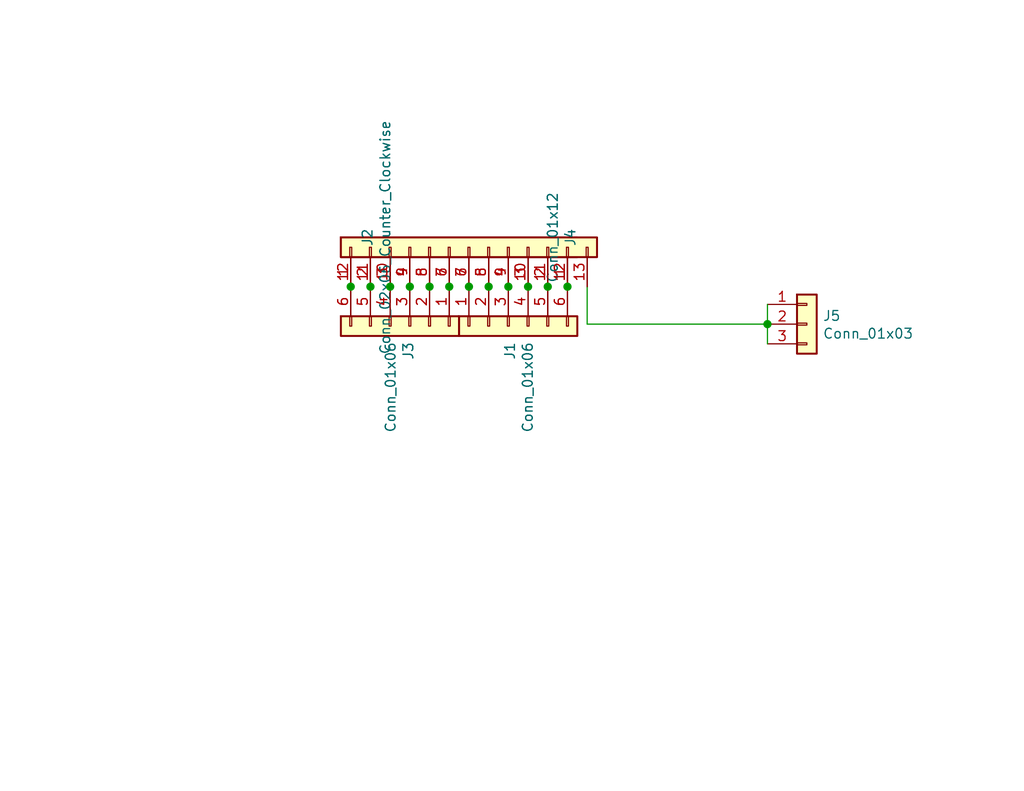
<source format=kicad_sch>
(kicad_sch (version 20211123) (generator eeschema)
  (paper "User" 132.004 102.006)
  (title_block (title "QFN16 to DIP Breakout Board") (date "2019-07-11") (rev "1") (company "SirBoard") (comment 1 "QFN16 P = 0.5mm") (comment 2 "QFN16 P = 0.8mm") (comment 3 "DIP16 P = 2.54mm"))
  (lib_symbols
    (symbol "Connector_Generic:Conn_01x03" (pin_names (offset 1.016) hide)
      (property "Reference" "J" (at 0 5.08 0))
      (property "Value" "Conn_01x03" (at 0 -5.08 0))
      (symbol "Conn_01x03_1_1"
        (rectangle (start -1.27 -2.413) (end 0 -2.667) (stroke (width 0.1524)))
        (rectangle (start -1.27 0.127) (end 0 -0.127) (stroke (width 0.1524)))
        (rectangle (start -1.27 2.667) (end 0 2.413) (stroke (width 0.1524)))
        (rectangle (start -1.27 3.81) (end 1.27 -3.81) (stroke (width 0.254)) (fill (type background)))
        (pin passive line (at -5.08 2.54 0) (length 3.81) (name "Pin_1") (number "1"))
        (pin passive line (at -5.08 0 0) (length 3.81) (name "Pin_2") (number "2"))
        (pin passive line (at -5.08 -2.54 0) (length 3.81) (name "Pin_3") (number "3"))
      )
    )
    (symbol "Connector_Generic:Conn_01x06" (pin_names (offset 1.016) hide)
      (property "Reference" "J" (at 0 7.62 0))
      (property "Value" "Conn_01x06" (at 0 -10.16 0))
      (symbol "Conn_01x06_1_1"
        (rectangle (start -1.27 -7.493) (end 0 -7.747) (stroke (width 0.1524)))
        (rectangle (start -1.27 -4.953) (end 0 -5.207) (stroke (width 0.1524)))
        (rectangle (start -1.27 -2.413) (end 0 -2.667) (stroke (width 0.1524)))
        (rectangle (start -1.27 0.127) (end 0 -0.127) (stroke (width 0.1524)))
        (rectangle (start -1.27 2.667) (end 0 2.413) (stroke (width 0.1524)))
        (rectangle (start -1.27 5.207) (end 0 4.953) (stroke (width 0.1524)))
        (rectangle (start -1.27 6.35) (end 1.27 -8.89) (stroke (width 0.254)) (fill (type background)))
        (pin passive line (at -5.08 5.08 0) (length 3.81) (name "Pin_1") (number "1"))
        (pin passive line (at -5.08 2.54 0) (length 3.81) (name "Pin_2") (number "2"))
        (pin passive line (at -5.08 0 0) (length 3.81) (name "Pin_3") (number "3"))
        (pin passive line (at -5.08 -2.54 0) (length 3.81) (name "Pin_4") (number "4"))
        (pin passive line (at -5.08 -5.08 0) (length 3.81) (name "Pin_5") (number "5"))
        (pin passive line (at -5.08 -7.62 0) (length 3.81) (name "Pin_6") (number "6"))
      )
    )
    (symbol "Connector_Generic:Conn_01x12" (pin_names (offset 1.016) hide)
      (property "Reference" "J" (at 0 15.24 0))
      (property "Value" "Conn_01x12" (at 0 -17.78 0))
      (symbol "Conn_01x12_1_1"
        (rectangle (start -1.27 -15.113) (end 0 -15.367) (stroke (width 0.1524)))
        (rectangle (start -1.27 -12.573) (end 0 -12.827) (stroke (width 0.1524)))
        (rectangle (start -1.27 -10.033) (end 0 -10.287) (stroke (width 0.1524)))
        (rectangle (start -1.27 -7.493) (end 0 -7.747) (stroke (width 0.1524)))
        (rectangle (start -1.27 -4.953) (end 0 -5.207) (stroke (width 0.1524)))
        (rectangle (start -1.27 -2.413) (end 0 -2.667) (stroke (width 0.1524)))
        (rectangle (start -1.27 0.127) (end 0 -0.127) (stroke (width 0.1524)))
        (rectangle (start -1.27 2.667) (end 0 2.413) (stroke (width 0.1524)))
        (rectangle (start -1.27 5.207) (end 0 4.953) (stroke (width 0.1524)))
        (rectangle (start -1.27 7.747) (end 0 7.493) (stroke (width 0.1524)))
        (rectangle (start -1.27 10.287) (end 0 10.033) (stroke (width 0.1524)))
        (rectangle (start -1.27 12.827) (end 0 12.573) (stroke (width 0.1524)))
        (rectangle (start -1.27 13.97) (end 1.27 -16.51) (stroke (width 0.254)) (fill (type background)))
        (pin passive line (at -5.08 12.7 0) (length 3.81) (name "Pin_1") (number "1"))
        (pin passive line (at -5.08 -10.16 0) (length 3.81) (name "Pin_10") (number "10"))
        (pin passive line (at -5.08 -12.7 0) (length 3.81) (name "Pin_11") (number "11"))
        (pin passive line (at -5.08 -15.24 0) (length 3.81) (name "Pin_12") (number "12"))
        (pin passive line (at -5.08 10.16 0) (length 3.81) (name "Pin_2") (number "2"))
        (pin passive line (at -5.08 7.62 0) (length 3.81) (name "Pin_3") (number "3"))
        (pin passive line (at -5.08 5.08 0) (length 3.81) (name "Pin_4") (number "4"))
        (pin passive line (at -5.08 2.54 0) (length 3.81) (name "Pin_5") (number "5"))
        (pin passive line (at -5.08 0 0) (length 3.81) (name "Pin_6") (number "6"))
        (pin passive line (at -5.08 -2.54 0) (length 3.81) (name "Pin_7") (number "7"))
        (pin passive line (at -5.08 -5.08 0) (length 3.81) (name "Pin_8") (number "8"))
        (pin passive line (at -5.08 -7.62 0) (length 3.81) (name "Pin_9") (number "9"))
      )
    )
    (symbol "Connector_Generic:Conn_01x13" (pin_names (offset 1.016) hide)
      (property "Reference" "J" (at 0 17.78 0))
      (property "Value" "Conn_01x13" (at 0 -17.78 0))
      (symbol "Conn_01x13_1_1"
        (rectangle (start -1.27 -15.113) (end 0 -15.367) (stroke (width 0.1524)))
        (rectangle (start -1.27 -12.573) (end 0 -12.827) (stroke (width 0.1524)))
        (rectangle (start -1.27 -10.033) (end 0 -10.287) (stroke (width 0.1524)))
        (rectangle (start -1.27 -7.493) (end 0 -7.747) (stroke (width 0.1524)))
        (rectangle (start -1.27 -4.953) (end 0 -5.207) (stroke (width 0.1524)))
        (rectangle (start -1.27 -2.413) (end 0 -2.667) (stroke (width 0.1524)))
        (rectangle (start -1.27 0.127) (end 0 -0.127) (stroke (width 0.1524)))
        (rectangle (start -1.27 2.667) (end 0 2.413) (stroke (width 0.1524)))
        (rectangle (start -1.27 5.207) (end 0 4.953) (stroke (width 0.1524)))
        (rectangle (start -1.27 7.747) (end 0 7.493) (stroke (width 0.1524)))
        (rectangle (start -1.27 10.287) (end 0 10.033) (stroke (width 0.1524)))
        (rectangle (start -1.27 12.827) (end 0 12.573) (stroke (width 0.1524)))
        (rectangle (start -1.27 15.367) (end 0 15.113) (stroke (width 0.1524)))
        (rectangle (start -1.27 16.51) (end 1.27 -16.51) (stroke (width 0.254)) (fill (type background)))
        (pin passive line (at -5.08 15.24 0) (length 3.81) (name "Pin_1") (number "1"))
        (pin passive line (at -5.08 -7.62 0) (length 3.81) (name "Pin_10") (number "10"))
        (pin passive line (at -5.08 -10.16 0) (length 3.81) (name "Pin_11") (number "11"))
        (pin passive line (at -5.08 -12.7 0) (length 3.81) (name "Pin_12") (number "12"))
        (pin passive line (at -5.08 -15.24 0) (length 3.81) (name "Pin_13") (number "13"))
        (pin passive line (at -5.08 12.7 0) (length 3.81) (name "Pin_2") (number "2"))
        (pin passive line (at -5.08 10.16 0) (length 3.81) (name "Pin_3") (number "3"))
        (pin passive line (at -5.08 7.62 0) (length 3.81) (name "Pin_4") (number "4"))
        (pin passive line (at -5.08 5.08 0) (length 3.81) (name "Pin_5") (number "5"))
        (pin passive line (at -5.08 2.54 0) (length 3.81) (name "Pin_6") (number "6"))
        (pin passive line (at -5.08 0 0) (length 3.81) (name "Pin_7") (number "7"))
        (pin passive line (at -5.08 -2.54 0) (length 3.81) (name "Pin_8") (number "8"))
        (pin passive line (at -5.08 -5.08 0) (length 3.81) (name "Pin_9") (number "9"))
      )
    )
  )
  (junction (at 73.152 36.957))
  (junction (at 50.292 36.957))
  (junction (at 70.612 36.957))
  (junction (at 47.752 36.957))
  (junction (at 60.452 36.957))
  (junction (at 57.912 36.957))
  (junction (at 62.992 36.957))
  (junction (at 52.832 36.957))
  (junction (at 45.212 36.957))
  (junction (at 55.372 36.957))
  (junction (at 98.933 41.783))
  (junction (at 68.072 36.957))
  (junction (at 65.532 36.957))
  (wire (pts (xy 98.933 39.243) (xy 98.933 41.783)))
  (wire (pts (xy 75.692 41.783) (xy 98.933 41.783)))
  (wire (pts (xy 75.692 36.957) (xy 75.692 41.783)))
  (wire (pts (xy 98.933 41.783) (xy 98.933 44.323)))
  (symbol (lib_id "Connector_Generic:Conn_01x06") (at 52.832 42.037 270) (unit 1)
    (property "Reference" "J3" (at 52.6288 44.0436 0) (effects (justify left)))
    (property "Value" "Conn_01x06" (at 50.3428 44.0436 0) (effects (justify left)))
    (property "Footprint" "Connector_PinHeader_2.54mm:PinHeader_1x06_P2.54mm_Vertical" (effects hide))
  )
  (symbol (lib_id "Connector_Generic:Conn_01x12") (at 60.452 31.877 270) (mirror x) (unit 1)
    (property "Reference" "J4" (at 73.533 30.607 0))
    (property "Value" "Conn_01x12" (at 71.247 30.607 0))
    (property "Footprint" "FUSB303TMX:QFN40P160X160X40-12N" (effects hide))
  )
  (symbol (lib_id "Connector_Generic:Conn_01x06") (at 65.532 42.037 90) (mirror x) (unit 1)
    (property "Reference" "J1" (at 65.7352 44.0436 0) (effects (justify left)))
    (property "Value" "Conn_01x06" (at 68.0212 44.0436 0) (effects (justify left)))
    (property "Footprint" "Connector_PinHeader_2.54mm:PinHeader_1x06_P2.54mm_Vertical" (effects hide))
  )
  (symbol (lib_id "Connector_Generic:Conn_01x03") (at 104.013 41.783 0) (unit 1)
    (property "Reference" "J5" (at 106.0196 40.7162 0) (effects (justify left)))
    (property "Value" "Conn_01x03" (at 106.0196 43.0022 0) (effects (justify left)))
    (property "Footprint" "Connector_PinHeader_2.54mm:PinHeader_1x03_P2.54mm_Vertical" (effects hide))
  )
  (symbol (lib_id "Connector_Generic:Conn_01x13") (at 60.452 31.877 90) (unit 1)
    (property "Reference" "J2" (at 47.371 30.607 0))
    (property "Value" "Conn_02x06_Counter_Clockwise" (at 49.657 30.607 0))
    (property "Footprint" "Package_DFN_QFN:QFN-12-1EP_3x3mm_P0.5mm_EP1.65x1.65mm" (effects hide))
  )
)
</source>
